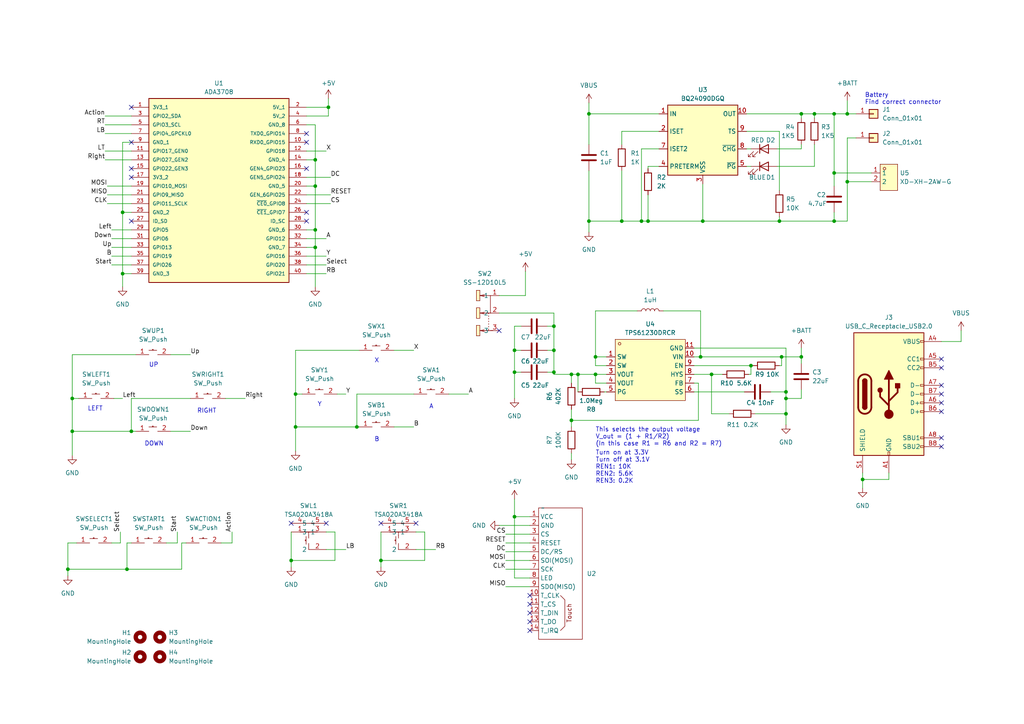
<source format=kicad_sch>
(kicad_sch (version 20230121) (generator eeschema)
  (paper "A4")
  (lib_symbols
    (symbol "ADA3708:ADA3708" (pin_names (offset 1.016))
      (property "Reference" "U" (at -20.34 26.6962 0))
      (property "Value" "ADA3708" (at -20.3391 -30.5087 0))
      (symbol "ADA3708_0_0"
        (rectangle (start -20.32 -27.94) (end 20.32 25.4) (stroke (width 0.254)) (fill (type background)))
        (pin power_in line (at -25.4 22.86 0) (length 5.08) (name "3V3_1") (number "1"))
        (pin bidirectional line (at 25.4 12.7 180) (length 5.08) (name "RXD0_GPIO15") (number "10"))
        (pin bidirectional line (at -25.4 10.16 0) (length 5.08) (name "GPIO17_GEN0") (number "11"))
        (pin bidirectional line (at 25.4 10.16 180) (length 5.08) (name "GPIO18") (number "12"))
        (pin bidirectional line (at -25.4 7.62 0) (length 5.08) (name "GPIO27_GEN2") (number "13"))
        (pin power_in line (at 25.4 7.62 180) (length 5.08) (name "GND_4") (number "14"))
        (pin bidirectional line (at -25.4 5.08 0) (length 5.08) (name "GPIO22_GEN3") (number "15"))
        (pin bidirectional line (at 25.4 5.08 180) (length 5.08) (name "GEN4_GPIO23") (number "16"))
        (pin power_in line (at -25.4 2.54 0) (length 5.08) (name "3V3_2") (number "17"))
        (pin bidirectional line (at 25.4 2.54 180) (length 5.08) (name "GEN5_GPIO24") (number "18"))
        (pin bidirectional line (at -25.4 0 0) (length 5.08) (name "GPIO10_MOSI") (number "19"))
        (pin power_in line (at 25.4 22.86 180) (length 5.08) (name "5V_1") (number "2"))
        (pin power_in line (at 25.4 0 180) (length 5.08) (name "GND_5") (number "20"))
        (pin bidirectional line (at -25.4 -2.54 0) (length 5.08) (name "GPIO9_MISO") (number "21"))
        (pin bidirectional line (at 25.4 -2.54 180) (length 5.08) (name "GEN_6GPIO25") (number "22"))
        (pin bidirectional line (at -25.4 -5.08 0) (length 5.08) (name "GPIO11_SCLK") (number "23"))
        (pin bidirectional line (at 25.4 -5.08 180) (length 5.08) (name "~{CE0}_GPIO8") (number "24"))
        (pin power_in line (at -25.4 -7.62 0) (length 5.08) (name "GND_2") (number "25"))
        (pin bidirectional line (at 25.4 -7.62 180) (length 5.08) (name "~{CE1}_GPIO7") (number "26"))
        (pin bidirectional line (at -25.4 -10.16 0) (length 5.08) (name "ID_SD") (number "27"))
        (pin bidirectional line (at 25.4 -10.16 180) (length 5.08) (name "ID_SC") (number "28"))
        (pin bidirectional line (at -25.4 -12.7 0) (length 5.08) (name "GPIO5") (number "29"))
        (pin bidirectional line (at -25.4 20.32 0) (length 5.08) (name "GPIO2_SDA") (number "3"))
        (pin power_in line (at 25.4 -12.7 180) (length 5.08) (name "GND_6") (number "30"))
        (pin bidirectional line (at -25.4 -15.24 0) (length 5.08) (name "GPIO6") (number "31"))
        (pin bidirectional line (at 25.4 -15.24 180) (length 5.08) (name "GPIO12") (number "32"))
        (pin bidirectional line (at -25.4 -17.78 0) (length 5.08) (name "GPIO13") (number "33"))
        (pin power_in line (at 25.4 -17.78 180) (length 5.08) (name "GND_7") (number "34"))
        (pin bidirectional line (at -25.4 -20.32 0) (length 5.08) (name "GPIO19") (number "35"))
        (pin bidirectional line (at 25.4 -20.32 180) (length 5.08) (name "GPIO16") (number "36"))
        (pin bidirectional line (at -25.4 -22.86 0) (length 5.08) (name "GPIO26") (number "37"))
        (pin bidirectional line (at 25.4 -22.86 180) (length 5.08) (name "GPIO20") (number "38"))
        (pin power_in line (at -25.4 -25.4 0) (length 5.08) (name "GND_3") (number "39"))
        (pin power_in line (at 25.4 20.32 180) (length 5.08) (name "5V_2") (number "4"))
        (pin bidirectional line (at 25.4 -25.4 180) (length 5.08) (name "GPIO21") (number "40"))
        (pin bidirectional line (at -25.4 17.78 0) (length 5.08) (name "GPIO3_SCL") (number "5"))
        (pin power_in line (at 25.4 17.78 180) (length 5.08) (name "GND_8") (number "6"))
        (pin bidirectional line (at -25.4 15.24 0) (length 5.08) (name "GPIO4_GPCKL0") (number "7"))
        (pin bidirectional line (at 25.4 15.24 180) (length 5.08) (name "TXD0_GPIO14") (number "8"))
        (pin power_in line (at -25.4 12.7 0) (length 5.08) (name "GND_1") (number "9"))
      )
    )
    (symbol "Battery_Management:BQ24090DGQ"
      (property "Reference" "U" (at -9.398 13.462 0))
      (property "Value" "BQ24090DGQ" (at -3.81 11.43 0))
      (symbol "BQ24090DGQ_0_1"
        (rectangle (start -10.16 10.16) (end 10.16 -10.16) (stroke (width 0.254)) (fill (type background)))
      )
      (symbol "BQ24090DGQ_1_1"
        (pin power_in line (at -12.7 7.62 0) (length 2.54) (name "IN") (number "1"))
        (pin power_out line (at 12.7 7.62 180) (length 2.54) (name "OUT") (number "10"))
        (pin passive line (at 0 -12.7 90) (length 2.54) hide (name "VSS") (number "11"))
        (pin passive line (at -12.7 2.54 0) (length 2.54) (name "ISET") (number "2"))
        (pin power_in line (at 0 -12.7 90) (length 2.54) (name "VSS") (number "3"))
        (pin passive line (at -12.7 -7.62 0) (length 2.54) (name "PRETERM") (number "4"))
        (pin open_collector line (at 12.7 -7.62 180) (length 2.54) (name "~{PG}") (number "5"))
        (pin no_connect line (at 5.08 -10.16 90) (length 2.54) hide (name "NC") (number "6"))
        (pin passive line (at -12.7 -2.54 0) (length 2.54) (name "ISET2") (number "7"))
        (pin open_collector line (at 12.7 -2.54 180) (length 2.54) (name "~{CHG}") (number "8"))
        (pin passive line (at 12.7 2.54 180) (length 2.54) (name "TS") (number "9"))
      )
    )
    (symbol "Connector:USB_C_Receptacle_USB2.0" (pin_names (offset 1.016))
      (property "Reference" "J" (at -10.16 19.05 0))
      (property "Value" "USB_C_Receptacle_USB2.0" (at 19.05 19.05 0))
      (symbol "USB_C_Receptacle_USB2.0_0_0"
        (rectangle (start -0.254 -17.78) (end 0.254 -16.764))
        (rectangle (start 10.16 -14.986) (end 9.144 -15.494))
        (rectangle (start 10.16 -12.446) (end 9.144 -12.954))
        (rectangle (start 10.16 -4.826) (end 9.144 -5.334))
        (rectangle (start 10.16 -2.286) (end 9.144 -2.794))
        (rectangle (start 10.16 0.254) (end 9.144 -0.254))
        (rectangle (start 10.16 2.794) (end 9.144 2.286))
        (rectangle (start 10.16 7.874) (end 9.144 7.366))
        (rectangle (start 10.16 10.414) (end 9.144 9.906))
        (rectangle (start 10.16 15.494) (end 9.144 14.986))
      )
      (symbol "USB_C_Receptacle_USB2.0_0_1"
        (rectangle (start -10.16 17.78) (end 10.16 -17.78) (stroke (width 0.254)) (fill (type background)))
        (arc (start -8.89 -3.81) (mid -6.985 -5.7067) (end -5.08 -3.81) (stroke (width 0.508)))
        (arc (start -7.62 -3.81) (mid -6.985 -4.4423) (end -6.35 -3.81) (stroke (width 0.254)))
        (arc (start -7.62 -3.81) (mid -6.985 -4.4423) (end -6.35 -3.81) (stroke (width 0.254)) (fill (type outline)))
        (rectangle (start -7.62 -3.81) (end -6.35 3.81) (stroke (width 0.254)) (fill (type outline)))
        (arc (start -6.35 3.81) (mid -6.985 4.4423) (end -7.62 3.81) (stroke (width 0.254)))
        (arc (start -6.35 3.81) (mid -6.985 4.4423) (end -7.62 3.81) (stroke (width 0.254)) (fill (type outline)))
        (arc (start -5.08 3.81) (mid -6.985 5.7067) (end -8.89 3.81) (stroke (width 0.508)))
        (circle (center -2.54 1.143) (radius 0.635) (stroke (width 0.254)) (fill (type outline)))
        (circle (center 0 -5.842) (radius 1.27) (fill (type outline)))
        (polyline (pts (xy -8.89 -3.81) (xy -8.89 3.81)) (stroke (width 0.508)))
        (polyline (pts (xy -5.08 3.81) (xy -5.08 -3.81)) (stroke (width 0.508)))
        (polyline (pts (xy 0 -5.842) (xy 0 4.318)) (stroke (width 0.508)))
        (polyline (pts (xy 0 -3.302) (xy -2.54 -0.762) (xy -2.54 0.508)) (stroke (width 0.508)))
        (polyline (pts (xy 0 -2.032) (xy 2.54 0.508) (xy 2.54 1.778)) (stroke (width 0.508)))
        (polyline (pts (xy -1.27 4.318) (xy 0 6.858) (xy 1.27 4.318) (xy -1.27 4.318)) (stroke (width 0.254)) (fill (type outline)))
        (rectangle (start 1.905 1.778) (end 3.175 3.048) (stroke (width 0.254)) (fill (type outline)))
      )
      (symbol "USB_C_Receptacle_USB2.0_1_1"
        (pin passive line (at 0 -22.86 90) (length 5.08) (name "GND") (number "A1"))
        (pin passive line (at 0 -22.86 90) (length 5.08) hide (name "GND") (number "A12"))
        (pin passive line (at 15.24 15.24 180) (length 5.08) (name "VBUS") (number "A4"))
        (pin bidirectional line (at 15.24 10.16 180) (length 5.08) (name "CC1") (number "A5"))
        (pin bidirectional line (at 15.24 -2.54 180) (length 5.08) (name "D+") (number "A6"))
        (pin bidirectional line (at 15.24 2.54 180) (length 5.08) (name "D-") (number "A7"))
        (pin bidirectional line (at 15.24 -12.7 180) (length 5.08) (name "SBU1") (number "A8"))
        (pin passive line (at 15.24 15.24 180) (length 5.08) hide (name "VBUS") (number "A9"))
        (pin passive line (at 0 -22.86 90) (length 5.08) hide (name "GND") (number "B1"))
        (pin passive line (at 0 -22.86 90) (length 5.08) hide (name "GND") (number "B12"))
        (pin passive line (at 15.24 15.24 180) (length 5.08) hide (name "VBUS") (number "B4"))
        (pin bidirectional line (at 15.24 7.62 180) (length 5.08) (name "CC2") (number "B5"))
        (pin bidirectional line (at 15.24 -5.08 180) (length 5.08) (name "D+") (number "B6"))
        (pin bidirectional line (at 15.24 0 180) (length 5.08) (name "D-") (number "B7"))
        (pin bidirectional line (at 15.24 -15.24 180) (length 5.08) (name "SBU2") (number "B8"))
        (pin passive line (at 15.24 15.24 180) (length 5.08) hide (name "VBUS") (number "B9"))
        (pin passive line (at -7.62 -22.86 90) (length 5.08) (name "SHIELD") (number "S1"))
      )
    )
    (symbol "Connector_Generic:Conn_01x01" (pin_names (offset 1.016) hide)
      (property "Reference" "J" (at 0 2.54 0))
      (property "Value" "Conn_01x01" (at 0 -2.54 0))
      (symbol "Conn_01x01_1_1"
        (rectangle (start -1.27 0.127) (end 0 -0.127) (stroke (width 0.1524)))
        (rectangle (start -1.27 1.27) (end 1.27 -1.27) (stroke (width 0.254)) (fill (type background)))
        (pin passive line (at -5.08 0 0) (length 3.81) (name "Pin_1") (number "1"))
      )
    )
    (symbol "Device:C" (pin_numbers hide) (pin_names (offset 0.254))
      (property "Reference" "C" (at 0.635 2.54 0))
      (property "Value" "C" (at 0.635 -2.54 0))
      (symbol "C_0_1"
        (polyline (pts (xy -2.032 -0.762) (xy 2.032 -0.762)) (stroke (width 0.508)))
        (polyline (pts (xy -2.032 0.762) (xy 2.032 0.762)) (stroke (width 0.508)))
      )
      (symbol "C_1_1"
        (pin passive line (at 0 3.81 270) (length 2.794) (name "~") (number "1"))
        (pin passive line (at 0 -3.81 90) (length 2.794) (name "~") (number "2"))
      )
    )
    (symbol "Device:L" (pin_numbers hide) (pin_names (offset 1.016) hide)
      (property "Reference" "L" (at -1.27 0 90))
      (property "Value" "L" (at 1.905 0 90))
      (symbol "L_0_1"
        (arc (start 0 -2.54) (mid 0.6323 -1.905) (end 0 -1.27))
        (arc (start 0 -1.27) (mid 0.6323 -0.635) (end 0 0))
        (arc (start 0 0) (mid 0.6323 0.635) (end 0 1.27))
        (arc (start 0 1.27) (mid 0.6323 1.905) (end 0 2.54))
      )
      (symbol "L_1_1"
        (pin passive line (at 0 3.81 270) (length 1.27) (name "1") (number "1"))
        (pin passive line (at 0 -3.81 90) (length 1.27) (name "2") (number "2"))
      )
    )
    (symbol "Device:LED" (pin_numbers hide) (pin_names (offset 1.016) hide)
      (property "Reference" "D" (at 0 2.54 0))
      (property "Value" "LED" (at 0 -2.54 0))
      (symbol "LED_0_1"
        (polyline (pts (xy -1.27 -1.27) (xy -1.27 1.27)) (stroke (width 0.254)))
        (polyline (pts (xy -1.27 0) (xy 1.27 0)))
        (polyline (pts (xy 1.27 -1.27) (xy 1.27 1.27) (xy -1.27 0) (xy 1.27 -1.27)) (stroke (width 0.254)))
        (polyline (pts (xy -3.048 -0.762) (xy -4.572 -2.286) (xy -3.81 -2.286) (xy -4.572 -2.286) (xy -4.572 -1.524)))
        (polyline (pts (xy -1.778 -0.762) (xy -3.302 -2.286) (xy -2.54 -2.286) (xy -3.302 -2.286) (xy -3.302 -1.524)))
      )
      (symbol "LED_1_1"
        (pin passive line (at -3.81 0 0) (length 2.54) (name "K") (number "1"))
        (pin passive line (at 3.81 0 180) (length 2.54) (name "A") (number "2"))
      )
    )
    (symbol "Device:R" (pin_numbers hide) (pin_names (offset 0))
      (property "Reference" "R" (at 2.032 0 90))
      (property "Value" "R" (at 0 0 90))
      (symbol "R_0_1"
        (rectangle (start -1.016 -2.54) (end 1.016 2.54) (stroke (width 0.254)))
      )
      (symbol "R_1_1"
        (pin passive line (at 0 3.81 270) (length 1.27) (name "~") (number "1"))
        (pin passive line (at 0 -3.81 90) (length 1.27) (name "~") (number "2"))
      )
    )
    (symbol "Display_Graphic:4InchSPI"
      (property "Reference" "U" (at 0 1.27 0))
      (symbol "4InchSPI_0_1"
        (rectangle (start -1.27 0) (end 11.43 -38.1))
        (polyline (pts (xy 5.08 -35.56) (xy 6.35 -34.29) (xy 6.35 -26.67) (xy 5.08 -25.4) (xy 5.08 -25.4) (xy 5.08 -25.4)))
      )
      (symbol "4InchSPI_1_1"
        (text "Touch" (at 7.62 -30.48 900) (effects (font (size 1.27 1.27))))
        (pin power_in line (at -3.81 -2.54 0) (length 2.54) (name "VCC") (number "1"))
        (pin input line (at -3.81 -25.4 0) (length 2.54) (name "T_CLK") (number "10"))
        (pin input line (at -3.81 -27.94 0) (length 2.54) (name "T_CS") (number "11"))
        (pin input line (at -3.81 -30.48 0) (length 2.54) (name "T_DIN") (number "12"))
        (pin input line (at -3.81 -33.02 0) (length 2.54) (name "T_DO") (number "13"))
        (pin input line (at -3.81 -35.56 0) (length 2.54) (name "T_IRQ") (number "14"))
        (pin power_in line (at -3.81 -5.08 0) (length 2.54) (name "GND") (number "2"))
        (pin input line (at -3.81 -7.62 0) (length 2.54) (name "CS") (number "3"))
        (pin input line (at -3.81 -10.16 0) (length 2.54) (name "RESET") (number "4"))
        (pin input line (at -3.81 -12.7 0) (length 2.54) (name "DC/RS") (number "5"))
        (pin input line (at -3.81 -15.24 0) (length 2.54) (name "SOI(MOSI)") (number "6"))
        (pin input line (at -3.81 -17.78 0) (length 2.54) (name "SCK") (number "7"))
        (pin input line (at -3.81 -20.32 0) (length 2.54) (name "LED") (number "8"))
        (pin input line (at -3.81 -22.86 0) (length 2.54) (name "SDO(MISO)") (number "9"))
      )
    )
    (symbol "GT-TC063F-H025-L30_1"
      (property "Reference" "SW" (at 0 6.35 0))
      (property "Value" "SW_Push" (at 0 1.27 0))
      (symbol "GT-TC063F-H025-L30_1_0_1"
        (polyline (pts (xy 1.02 3.81) (xy -1.27 3.81)))
        (polyline (pts (xy 0 3.81) (xy 0 4.07) (xy -0.25 4.07) (xy -0.25 3.81)))
      )
      (symbol "GT-TC063F-H025-L30_1_1_1"
        (pin unspecified line (at -5.08 2.54 0) (length 3.81) (name "") (number "1"))
        (pin unspecified line (at 5.08 2.54 180) (length 3.81) (name "") (number "2"))
      )
    )
    (symbol "Mechanical:MountingHole" (pin_names (offset 1.016))
      (property "Reference" "H" (at 0 5.08 0))
      (property "Value" "MountingHole" (at 0 3.175 0))
      (symbol "MountingHole_0_1"
        (circle (center 0 0) (radius 1.27) (stroke (width 1.27)))
      )
    )
    (symbol "easyeda2kicad:SS-12D10L5"
      (property "Reference" "SW" (at 0 7.62 0))
      (property "Value" "SS-12D10L5" (at 0 -2.54 0))
      (symbol "SS-12D10L5_0_1"
        (rectangle (start -6.6 -3.05) (end -3.56 -4.06) (fill (type background)))
        (rectangle (start -1.52 -3.05) (end 1.52 -4.06) (fill (type background)))
        (polyline (pts (xy -5.08 -3.05) (xy -5.33 -1.78)))
        (polyline (pts (xy -5.08 -3.05) (xy -4.83 -1.78)))
        (polyline (pts (xy 0 -3.05) (xy -0.25 -1.78)))
        (polyline (pts (xy 0 -3.05) (xy 0.25 -1.78)))
        (polyline (pts (xy 0 0) (xy 0 -1.27)))
        (polyline (pts (xy 0.76 -0.51) (xy 1.02 -0.51)))
        (polyline (pts (xy 1.52 -0.51) (xy 1.78 -0.51)))
        (polyline (pts (xy 2.29 -0.51) (xy 2.54 -0.51)))
        (polyline (pts (xy 3.05 -0.51) (xy 3.3 -0.51)))
        (polyline (pts (xy 3.81 -0.51) (xy 4.06 -0.51)))
        (polyline (pts (xy 4.57 -0.51) (xy 4.83 -0.51)))
        (polyline (pts (xy 5.08 -3.05) (xy 4.83 -1.78)))
        (polyline (pts (xy 5.08 -3.05) (xy 5.33 -1.78)))
        (polyline (pts (xy 5.08 0.76) (xy 5.08 -0.51)))
        (polyline (pts (xy 0 -2.54) (xy 0 -0.51) (xy 0.25 -0.51)))
        (polyline (pts (xy 4.83 -0.51) (xy 5.08 -0.51) (xy 5.08 -2.54)))
        (polyline (pts (xy -5.08 -3.05) (xy -5.08 0) (xy -2.54 0) (xy 0 0)))
        (rectangle (start 3.56 -3.05) (end 6.6 -4.06) (fill (type background)))
        (pin unspecified line (at -5.08 2.54 270) (length 2.54) (name "1") (number "1"))
        (pin unspecified line (at 0 2.54 270) (length 2.54) (name "2") (number "2"))
        (pin unspecified line (at 5.08 2.54 270) (length 2.54) (name "3") (number "3"))
      )
    )
    (symbol "easyeda2kicad:TPS61230DRCR"
      (property "Reference" "U" (at 0 10.16 0))
      (property "Value" "TPS61230DRCR" (at 0 -12.7 0))
      (symbol "TPS61230DRCR_0_1"
        (rectangle (start -10.16 7.62) (end 10.16 -10.16) (fill (type background)))
        (circle (center -8.89 6.35) (radius 0.38))
        (pin unspecified line (at -12.7 2.54 0) (length 2.54) (name "SW") (number "1"))
        (pin unspecified line (at 12.7 2.54 180) (length 2.54) (name "VIN") (number "10"))
        (pin unspecified line (at 12.7 5.08 180) (length 2.54) (name "GND") (number "11"))
        (pin unspecified line (at -12.7 0 0) (length 2.54) (name "SW") (number "2"))
        (pin unspecified line (at -12.7 -2.54 0) (length 2.54) (name "VOUT") (number "3"))
        (pin unspecified line (at -12.7 -5.08 0) (length 2.54) (name "VOUT") (number "4"))
        (pin unspecified line (at -12.7 -7.62 0) (length 2.54) (name "PG") (number "5"))
        (pin unspecified line (at 12.7 -7.62 180) (length 2.54) (name "SS") (number "6"))
        (pin unspecified line (at 12.7 -5.08 180) (length 2.54) (name "FB") (number "7"))
        (pin unspecified line (at 12.7 -2.54 180) (length 2.54) (name "HYS") (number "8"))
        (pin unspecified line (at 12.7 0 180) (length 2.54) (name "EN") (number "9"))
      )
    )
    (symbol "easyeda2kicad:TSA020A3418A"
      (property "Reference" "SW" (at 0 7.62 0))
      (property "Value" "TSA020A3418A" (at 0 -10.16 0))
      (symbol "TSA020A3418A_0_1"
        (polyline (pts (xy -2.54 0) (xy 2.54 0)))
        (polyline (pts (xy -0.76 -1.27) (xy -0.76 -3.56)))
        (polyline (pts (xy 0 -5.08) (xy 0 -3.3)))
        (polyline (pts (xy 0 -1.02) (xy 0 -1.78)))
        (polyline (pts (xy 0 0) (xy 0 -1.02)))
        (polyline (pts (xy -0.76 -2.29) (xy -1.02 -2.29) (xy -1.02 -2.54) (xy -0.76 -2.54)))
        (pin unspecified line (at -5.08 0 0) (length 5.08) (name "1") (number "1"))
        (pin unspecified line (at 5.08 -5.08 180) (length 5.08) (name "2") (number "2"))
        (pin unspecified line (at 5.08 0 180) (length 5.08) (name "3") (number "3"))
        (pin unspecified line (at -5.08 2.54 0) (length 5.08) (name "4") (number "4"))
        (pin unspecified line (at 5.08 2.54 180) (length 5.08) (name "5") (number "5"))
      )
    )
    (symbol "easyeda2kicad:XD-XH-2AW-G"
      (property "Reference" "U" (at 0 6.35 0))
      (property "Value" "XD-XH-2AW-G" (at 0 -6.35 0))
      (symbol "XD-XH-2AW-G_0_1"
        (rectangle (start -2.54 3.81) (end 2.54 -3.81) (fill (type background)))
        (circle (center -1.27 2.54) (radius 0.38))
        (pin unspecified line (at -5.08 1.27 0) (length 2.54) (name "1") (number "1"))
        (pin unspecified line (at -5.08 -1.27 0) (length 2.54) (name "2") (number "2"))
      )
    )
    (symbol "power:+5V" (power) (pin_names (offset 0))
      (property "Value" "+5V" (at 0 3.556 0))
      (symbol "+5V_0_1"
        (polyline (pts (xy -0.762 1.27) (xy 0 2.54)))
        (polyline (pts (xy 0 0) (xy 0 2.54)))
        (polyline (pts (xy 0 2.54) (xy 0.762 1.27)))
      )
      (symbol "+5V_1_1"
        (pin power_in line (at 0 0 90) (length 0) hide (name "+5V") (number "1"))
      )
    )
    (symbol "power:+BATT" (power) (pin_names (offset 0))
      (property "Value" "+BATT" (at 0 3.556 0))
      (symbol "+BATT_0_1"
        (polyline (pts (xy -0.762 1.27) (xy 0 2.54)))
        (polyline (pts (xy 0 0) (xy 0 2.54)))
        (polyline (pts (xy 0 2.54) (xy 0.762 1.27)))
      )
      (symbol "+BATT_1_1"
        (pin power_in line (at 0 0 90) (length 0) hide (name "+BATT") (number "1"))
      )
    )
    (symbol "power:GND" (power) (pin_names (offset 0))
      (property "Value" "GND" (at 0 -3.81 0))
      (symbol "GND_0_1"
        (polyline (pts (xy 0 0) (xy 0 -1.27) (xy 1.27 -1.27) (xy 0 -2.54) (xy -1.27 -1.27) (xy 0 -1.27)))
      )
      (symbol "GND_1_1"
        (pin power_in line (at 0 0 270) (length 0) hide (name "GND") (number "1"))
      )
    )
    (symbol "power:VBUS" (power) (pin_names (offset 0))
      (property "Value" "VBUS" (at 0 3.81 0))
      (symbol "VBUS_0_1"
        (polyline (pts (xy -0.762 1.27) (xy 0 2.54)))
        (polyline (pts (xy 0 0) (xy 0 2.54)))
        (polyline (pts (xy 0 2.54) (xy 0.762 1.27)))
      )
      (symbol "VBUS_1_1"
        (pin power_in line (at 0 0 90) (length 0) hide (name "VBUS") (number "1"))
      )
    )
  )
  (junction (at 20.955 115.57))
  (junction (at 85.725 123.825))
  (junction (at 227.965 113.665))
  (junction (at 170.815 64.135))
  (junction (at 180.34 64.135))
  (junction (at 226.06 64.135))
  (junction (at 172.72 108.585))
  (junction (at 35.56 79.375))
  (junction (at 203.835 64.135))
  (junction (at 84.455 162.56))
  (junction (at 160.655 107.95))
  (junction (at 203.2 103.505))
  (junction (at 206.375 108.585))
  (junction (at 236.22 33.02))
  (junction (at 227.965 120.015))
  (junction (at 250.19 139.065))
  (junction (at 91.44 53.975))
  (junction (at 165.735 108.585))
  (junction (at 226.695 103.505))
  (junction (at 245.745 33.02))
  (junction (at 241.935 64.135))
  (junction (at 245.745 52.705))
  (junction (at 91.44 46.355))
  (junction (at 149.225 149.86))
  (junction (at 20.955 125.095))
  (junction (at 241.935 33.02))
  (junction (at 232.41 33.02))
  (junction (at 170.815 33.02))
  (junction (at 149.225 101.6))
  (junction (at 232.41 103.505))
  (junction (at 103.505 123.825))
  (junction (at 110.49 162.56))
  (junction (at 241.935 50.165))
  (junction (at 36.83 165.1))
  (junction (at 35.56 61.595))
  (junction (at 167.64 108.585))
  (junction (at 38.1 125.095))
  (junction (at 172.72 103.505))
  (junction (at 160.655 101.6))
  (junction (at 217.805 106.045))
  (junction (at 187.96 64.135))
  (junction (at 91.44 66.675))
  (junction (at 19.685 165.1))
  (junction (at 95.25 31.115))
  (junction (at 160.655 94.615))
  (junction (at 149.225 107.95))
  (junction (at 186.055 64.135))
  (junction (at 91.44 71.755))
  (junction (at 227.965 115.57))
  (junction (at 85.725 114.3))
  (junction (at 165.735 121.92))
  (no_connect (at 38.1 31.115))
  (no_connect (at 38.1 64.135))
  (no_connect (at 273.05 111.76))
  (no_connect (at 273.05 104.14))
  (no_connect (at 273.05 116.84))
  (no_connect (at 273.05 119.38))
  (no_connect (at 120.65 151.765))
  (no_connect (at 153.67 172.72))
  (no_connect (at 153.67 182.88))
  (no_connect (at 273.05 129.54))
  (no_connect (at 153.67 175.26))
  (no_connect (at 153.67 177.8))
  (no_connect (at 153.67 180.34))
  (no_connect (at 273.05 106.68))
  (no_connect (at 88.9 38.735))
  (no_connect (at 94.615 151.765))
  (no_connect (at 110.49 151.765))
  (no_connect (at 88.9 64.135))
  (no_connect (at 38.1 41.275))
  (no_connect (at 273.05 114.3))
  (no_connect (at 88.9 48.895))
  (no_connect (at 38.1 51.435))
  (no_connect (at 84.455 151.765))
  (no_connect (at 88.9 41.275))
  (no_connect (at 144.78 95.885))
  (no_connect (at 38.1 48.895))
  (no_connect (at 88.9 61.595))
  (no_connect (at 273.05 127))
  (wire (pts (xy 201.295 100.965) (xy 227.965 100.965)))
  (wire (pts (xy 172.72 111.125) (xy 172.72 108.585)))
  (wire (pts (xy 170.815 29.845) (xy 170.815 33.02)))
  (wire (pts (xy 245.745 52.705) (xy 252.73 52.705)))
  (wire (pts (xy 248.285 40.005) (xy 245.745 40.005)))
  (wire (pts (xy 187.96 48.26) (xy 187.96 48.895)))
  (wire (pts (xy 160.655 90.805) (xy 144.78 90.805)))
  (wire (pts (xy 226.695 103.505) (xy 232.41 103.505)))
  (wire (pts (xy 34.925 157.48) (xy 32.385 157.48)))
  (wire (pts (xy 202.565 111.125) (xy 201.295 111.125)))
  (wire (pts (xy 245.745 29.21) (xy 245.745 33.02)))
  (wire (pts (xy 35.56 61.595) (xy 35.56 79.375)))
  (wire (pts (xy 250.19 137.16) (xy 250.19 139.065)))
  (wire (pts (xy 187.96 56.515) (xy 187.96 64.135)))
  (wire (pts (xy 94.615 159.385) (xy 100.33 159.385)))
  (wire (pts (xy 206.375 108.585) (xy 209.55 108.585)))
  (wire (pts (xy 149.225 107.95) (xy 149.225 101.6)))
  (wire (pts (xy 88.9 79.375) (xy 94.615 79.375)))
  (wire (pts (xy 97.79 114.3) (xy 100.33 114.3)))
  (wire (pts (xy 85.725 101.6) (xy 85.725 114.3)))
  (wire (pts (xy 95.25 31.115) (xy 95.25 33.655)))
  (wire (pts (xy 35.56 79.375) (xy 35.56 83.185)))
  (wire (pts (xy 38.1 66.675) (xy 32.385 66.675)))
  (wire (pts (xy 149.225 101.6) (xy 149.225 94.615)))
  (wire (pts (xy 110.49 154.305) (xy 110.49 162.56)))
  (wire (pts (xy 191.135 43.18) (xy 186.055 43.18)))
  (wire (pts (xy 158.75 107.95) (xy 160.655 107.95)))
  (wire (pts (xy 149.225 115.57) (xy 149.225 107.95)))
  (wire (pts (xy 167.64 108.585) (xy 172.72 108.585)))
  (wire (pts (xy 67.31 154.305) (xy 67.31 157.48)))
  (wire (pts (xy 180.34 49.53) (xy 180.34 64.135)))
  (wire (pts (xy 120.65 159.385) (xy 126.365 159.385)))
  (wire (pts (xy 51.435 157.48) (xy 48.26 157.48)))
  (wire (pts (xy 20.955 125.095) (xy 20.955 115.57)))
  (wire (pts (xy 241.935 50.165) (xy 241.935 53.975)))
  (wire (pts (xy 88.9 71.755) (xy 91.44 71.755)))
  (wire (pts (xy 172.72 90.17) (xy 172.72 103.505)))
  (wire (pts (xy 38.1 41.275) (xy 35.56 41.275)))
  (wire (pts (xy 146.685 157.48) (xy 153.67 157.48)))
  (wire (pts (xy 38.1 61.595) (xy 35.56 61.595)))
  (wire (pts (xy 158.75 94.615) (xy 160.655 94.615)))
  (wire (pts (xy 88.9 31.115) (xy 95.25 31.115)))
  (wire (pts (xy 67.31 157.48) (xy 64.135 157.48)))
  (wire (pts (xy 203.835 53.34) (xy 203.835 64.135)))
  (wire (pts (xy 153.67 149.86) (xy 149.225 149.86)))
  (wire (pts (xy 39.37 102.87) (xy 20.955 102.87)))
  (wire (pts (xy 38.1 71.755) (xy 32.385 71.755)))
  (wire (pts (xy 170.815 33.02) (xy 170.815 41.91)))
  (wire (pts (xy 184.785 90.17) (xy 172.72 90.17)))
  (wire (pts (xy 91.44 66.675) (xy 91.44 71.755)))
  (wire (pts (xy 149.225 101.6) (xy 151.13 101.6)))
  (wire (pts (xy 110.49 162.56) (xy 110.49 164.465)))
  (wire (pts (xy 149.225 107.95) (xy 151.13 107.95)))
  (wire (pts (xy 95.25 28.575) (xy 95.25 31.115)))
  (wire (pts (xy 175.895 111.125) (xy 172.72 111.125)))
  (wire (pts (xy 226.06 64.135) (xy 241.935 64.135)))
  (wire (pts (xy 226.06 55.245) (xy 226.06 38.1)))
  (wire (pts (xy 38.1 157.48) (xy 36.83 157.48)))
  (wire (pts (xy 236.22 41.91) (xy 236.22 48.26)))
  (wire (pts (xy 165.735 111.125) (xy 165.735 108.585)))
  (wire (pts (xy 52.705 157.48) (xy 53.975 157.48)))
  (wire (pts (xy 180.34 38.1) (xy 180.34 41.91)))
  (wire (pts (xy 165.735 108.585) (xy 167.64 108.585)))
  (wire (pts (xy 216.535 48.26) (xy 217.805 48.26)))
  (wire (pts (xy 19.685 157.48) (xy 22.225 157.48)))
  (wire (pts (xy 20.955 125.095) (xy 38.1 125.095)))
  (wire (pts (xy 232.41 41.91) (xy 232.41 43.18)))
  (wire (pts (xy 144.78 152.4) (xy 153.67 152.4)))
  (wire (pts (xy 31.115 59.055) (xy 38.1 59.055)))
  (wire (pts (xy 49.53 125.095) (xy 55.245 125.095)))
  (wire (pts (xy 20.955 115.57) (xy 22.86 115.57)))
  (wire (pts (xy 186.055 64.135) (xy 180.34 64.135)))
  (wire (pts (xy 149.225 94.615) (xy 151.13 94.615)))
  (wire (pts (xy 34.925 154.305) (xy 34.925 157.48)))
  (wire (pts (xy 130.175 114.3) (xy 135.89 114.3)))
  (wire (pts (xy 19.685 165.1) (xy 36.83 165.1)))
  (wire (pts (xy 232.41 103.505) (xy 232.41 105.41)))
  (wire (pts (xy 241.935 50.165) (xy 252.73 50.165)))
  (wire (pts (xy 88.9 69.215) (xy 94.615 69.215)))
  (wire (pts (xy 201.295 108.585) (xy 206.375 108.585)))
  (wire (pts (xy 201.295 113.665) (xy 215.9 113.665)))
  (wire (pts (xy 232.41 43.18) (xy 225.425 43.18)))
  (wire (pts (xy 232.41 33.02) (xy 236.22 33.02)))
  (wire (pts (xy 30.48 46.355) (xy 38.1 46.355)))
  (wire (pts (xy 165.735 121.92) (xy 202.565 121.92)))
  (wire (pts (xy 203.2 103.505) (xy 226.695 103.505)))
  (wire (pts (xy 245.745 52.705) (xy 245.745 64.135)))
  (wire (pts (xy 95.885 56.515) (xy 88.9 56.515)))
  (wire (pts (xy 36.83 165.1) (xy 52.705 165.1)))
  (wire (pts (xy 217.805 108.585) (xy 217.17 108.585)))
  (wire (pts (xy 146.685 170.18) (xy 153.67 170.18)))
  (wire (pts (xy 232.41 100.965) (xy 232.41 103.505)))
  (wire (pts (xy 165.735 131.445) (xy 165.735 133.35)))
  (wire (pts (xy 165.735 118.745) (xy 165.735 121.92)))
  (wire (pts (xy 19.685 167.005) (xy 19.685 165.1)))
  (wire (pts (xy 55.245 115.57) (xy 38.1 115.57)))
  (wire (pts (xy 123.19 154.305) (xy 123.19 162.56)))
  (wire (pts (xy 85.725 123.825) (xy 85.725 114.3)))
  (wire (pts (xy 88.9 74.295) (xy 94.615 74.295)))
  (wire (pts (xy 160.655 94.615) (xy 160.655 101.6)))
  (wire (pts (xy 172.72 106.045) (xy 175.895 106.045)))
  (wire (pts (xy 88.9 36.195) (xy 91.44 36.195)))
  (wire (pts (xy 30.48 33.655) (xy 38.1 33.655)))
  (wire (pts (xy 202.565 111.125) (xy 202.565 121.92)))
  (wire (pts (xy 19.685 165.1) (xy 19.685 157.48)))
  (wire (pts (xy 152.4 78.74) (xy 152.4 85.725)))
  (wire (pts (xy 216.535 43.18) (xy 217.805 43.18)))
  (wire (pts (xy 232.41 33.02) (xy 232.41 34.29)))
  (wire (pts (xy 241.935 61.595) (xy 241.935 64.135)))
  (wire (pts (xy 88.9 43.815) (xy 94.615 43.815)))
  (wire (pts (xy 146.685 162.56) (xy 153.67 162.56)))
  (wire (pts (xy 227.965 113.665) (xy 227.965 100.965)))
  (wire (pts (xy 203.2 90.17) (xy 192.405 90.17)))
  (wire (pts (xy 84.455 162.56) (xy 84.455 164.465)))
  (wire (pts (xy 172.72 103.505) (xy 175.895 103.505)))
  (wire (pts (xy 85.725 114.3) (xy 87.63 114.3)))
  (wire (pts (xy 245.745 33.02) (xy 248.285 33.02)))
  (wire (pts (xy 88.9 46.355) (xy 91.44 46.355)))
  (wire (pts (xy 31.115 56.515) (xy 38.1 56.515)))
  (wire (pts (xy 180.34 64.135) (xy 170.815 64.135)))
  (wire (pts (xy 149.225 144.78) (xy 149.225 149.86)))
  (wire (pts (xy 97.155 154.305) (xy 97.155 162.56)))
  (wire (pts (xy 38.1 115.57) (xy 38.1 125.095)))
  (wire (pts (xy 85.725 123.825) (xy 103.505 123.825)))
  (wire (pts (xy 20.955 102.87) (xy 20.955 115.57)))
  (wire (pts (xy 33.02 115.57) (xy 35.56 115.57)))
  (wire (pts (xy 88.9 76.835) (xy 94.615 76.835)))
  (wire (pts (xy 36.83 157.48) (xy 36.83 165.1)))
  (wire (pts (xy 223.52 113.665) (xy 227.965 113.665)))
  (wire (pts (xy 30.48 36.195) (xy 38.1 36.195)))
  (wire (pts (xy 167.64 108.585) (xy 167.64 113.665)))
  (wire (pts (xy 38.1 76.835) (xy 32.385 76.835)))
  (wire (pts (xy 278.765 95.885) (xy 278.765 99.06)))
  (wire (pts (xy 170.815 33.02) (xy 191.135 33.02)))
  (wire (pts (xy 191.135 38.1) (xy 180.34 38.1)))
  (wire (pts (xy 160.655 107.95) (xy 160.655 108.585)))
  (wire (pts (xy 203.835 64.135) (xy 187.96 64.135)))
  (wire (pts (xy 203.835 64.135) (xy 226.06 64.135)))
  (wire (pts (xy 203.2 103.505) (xy 203.2 90.17)))
  (wire (pts (xy 226.695 103.505) (xy 226.695 106.045)))
  (wire (pts (xy 120.65 154.305) (xy 123.19 154.305)))
  (wire (pts (xy 206.375 120.015) (xy 206.375 108.585)))
  (wire (pts (xy 88.9 66.675) (xy 91.44 66.675)))
  (wire (pts (xy 232.41 113.03) (xy 232.41 115.57)))
  (wire (pts (xy 103.505 114.3) (xy 103.505 123.825)))
  (wire (pts (xy 232.41 115.57) (xy 227.965 115.57)))
  (wire (pts (xy 216.535 33.02) (xy 232.41 33.02)))
  (wire (pts (xy 241.935 33.02) (xy 241.935 50.165)))
  (wire (pts (xy 217.805 106.045) (xy 217.805 108.585)))
  (wire (pts (xy 203.2 103.505) (xy 201.295 103.505)))
  (wire (pts (xy 84.455 154.305) (xy 84.455 162.56)))
  (wire (pts (xy 236.22 33.02) (xy 236.22 34.29)))
  (wire (pts (xy 91.44 71.755) (xy 91.44 83.185)))
  (wire (pts (xy 227.965 115.57) (xy 227.965 113.665)))
  (wire (pts (xy 114.3 123.825) (xy 120.015 123.825)))
  (wire (pts (xy 149.225 167.64) (xy 149.225 149.86)))
  (wire (pts (xy 103.505 123.825) (xy 104.14 123.825)))
  (wire (pts (xy 226.06 38.1) (xy 216.535 38.1)))
  (wire (pts (xy 160.655 90.805) (xy 160.655 94.615)))
  (wire (pts (xy 170.815 49.53) (xy 170.815 64.135)))
  (wire (pts (xy 187.96 64.135) (xy 186.055 64.135)))
  (wire (pts (xy 95.25 33.655) (xy 88.9 33.655)))
  (wire (pts (xy 175.26 113.665) (xy 175.895 113.665)))
  (wire (pts (xy 186.055 43.18) (xy 186.055 64.135)))
  (wire (pts (xy 250.19 139.065) (xy 250.19 141.605)))
  (wire (pts (xy 94.615 154.305) (xy 97.155 154.305)))
  (wire (pts (xy 30.48 43.815) (xy 38.1 43.815)))
  (wire (pts (xy 120.015 114.3) (xy 103.505 114.3)))
  (wire (pts (xy 30.48 38.735) (xy 38.1 38.735)))
  (wire (pts (xy 49.53 102.87) (xy 55.245 102.87)))
  (wire (pts (xy 257.81 137.16) (xy 257.81 139.065)))
  (wire (pts (xy 38.1 69.215) (xy 32.385 69.215)))
  (wire (pts (xy 123.19 162.56) (xy 110.49 162.56)))
  (wire (pts (xy 146.685 160.02) (xy 153.67 160.02)))
  (wire (pts (xy 226.695 106.045) (xy 226.06 106.045)))
  (wire (pts (xy 191.135 48.26) (xy 187.96 48.26)))
  (wire (pts (xy 172.72 103.505) (xy 172.72 106.045)))
  (wire (pts (xy 170.815 64.135) (xy 170.815 67.31)))
  (wire (pts (xy 97.155 162.56) (xy 84.455 162.56)))
  (wire (pts (xy 219.075 120.015) (xy 227.965 120.015)))
  (wire (pts (xy 146.685 165.1) (xy 153.67 165.1)))
  (wire (pts (xy 158.75 101.6) (xy 160.655 101.6)))
  (wire (pts (xy 152.4 85.725) (xy 144.78 85.725)))
  (wire (pts (xy 241.935 33.02) (xy 245.745 33.02)))
  (wire (pts (xy 175.895 108.585) (xy 172.72 108.585)))
  (wire (pts (xy 91.44 36.195) (xy 91.44 46.355)))
  (wire (pts (xy 38.1 79.375) (xy 35.56 79.375)))
  (wire (pts (xy 236.22 48.26) (xy 225.425 48.26)))
  (wire (pts (xy 236.22 33.02) (xy 241.935 33.02)))
  (wire (pts (xy 227.965 123.19) (xy 227.965 120.015)))
  (wire (pts (xy 88.9 53.975) (xy 91.44 53.975)))
  (wire (pts (xy 114.3 101.6) (xy 120.015 101.6)))
  (wire (pts (xy 104.14 101.6) (xy 85.725 101.6)))
  (wire (pts (xy 20.955 132.08) (xy 20.955 125.095)))
  (wire (pts (xy 241.935 64.135) (xy 245.745 64.135)))
  (wire (pts (xy 65.405 115.57) (xy 71.12 115.57)))
  (wire (pts (xy 211.455 120.015) (xy 206.375 120.015)))
  (wire (pts (xy 165.735 121.92) (xy 165.735 123.825)))
  (wire (pts (xy 245.745 40.005) (xy 245.745 52.705)))
  (wire (pts (xy 257.81 139.065) (xy 250.19 139.065)))
  (wire (pts (xy 153.67 167.64) (xy 149.225 167.64)))
  (wire (pts (xy 95.885 59.055) (xy 88.9 59.055)))
  (wire (pts (xy 201.295 106.045) (xy 217.805 106.045)))
  (wire (pts (xy 85.725 130.81) (xy 85.725 123.825)))
  (wire (pts (xy 278.765 99.06) (xy 273.05 99.06)))
  (wire (pts (xy 160.655 101.6) (xy 160.655 107.95)))
  (wire (pts (xy 160.655 108.585) (xy 165.735 108.585)))
  (wire (pts (xy 51.435 154.305) (xy 51.435 157.48)))
  (wire (pts (xy 38.1 74.295) (xy 32.385 74.295)))
  (wire (pts (xy 217.805 106.045) (xy 218.44 106.045)))
  (wire (pts (xy 95.885 51.435) (xy 88.9 51.435)))
  (wire (pts (xy 91.44 46.355) (xy 91.44 53.975)))
  (wire (pts (xy 226.06 62.865) (xy 226.06 64.135)))
  (wire (pts (xy 91.44 53.975) (xy 91.44 66.675)))
  (wire (pts (xy 38.1 125.095) (xy 39.37 125.095)))
  (wire (pts (xy 52.705 165.1) (xy 52.705 157.48)))
  (wire (pts (xy 227.965 120.015) (xy 227.965 115.57)))
  (wire (pts (xy 31.115 53.975) (xy 38.1 53.975)))
  (wire (pts (xy 35.56 41.275) (xy 35.56 61.595)))
  (wire (pts (xy 146.685 154.94) (xy 153.67 154.94)))
  (text "DOWN" (at 41.91 129.54 0) (effects (font (size 1.27 1.27)) (justify left bottom)))
  (text "X" (at 108.585 105.41 0) (effects (font (size 1.27 1.27)) (justify left bottom)))
  (text "Turn on at 3.3V\nTurn off at 3.1V\nREN1: 10K\nREN2: 5.6K\nREN3: 0.2K" (at 172.72 140.335 0) (effects (font (size 1.27 1.27)) (justify left bottom)))
  (text "Battery\nFind correct connector" (at 250.825 30.48 0) (effects (font (size 1.27 1.27)) (justify left bottom)))
  (text "B" (at 108.585 128.27 0) (effects (font (size 1.27 1.27)) (justify left bottom)))
  (text "Y" (at 92.075 118.11 0) (effects (font (size 1.27 1.27)) (justify left bottom)))
  (text "A" (at 124.46 118.745 0) (effects (font (size 1.27 1.27)) (justify left bottom)))
  (text "RIGHT" (at 57.15 120.015 0) (effects (font (size 1.27 1.27)) (justify left bottom)))
  (text "This selects the output voltage\nV_out = (1 + R1/R2)\n(In this case R1 = R6 and R2 = R7)" (at 172.72 129.54 0) (effects (font (size 1.27 1.27)) (justify left bottom)))
  (text "UP" (at 43.18 106.68 0) (effects (font (size 1.27 1.27)) (justify left bottom)))
  (text "LEFT" (at 25.4 119.38 0) (effects (font (size 1.27 1.27)) (justify left bottom)))
  (label "CS" (at 146.685 154.94 180))
  (label "Down" (at 55.245 125.095 0))
  (label "X" (at 94.615 43.815 0))
  (label "MOSI" (at 31.115 53.975 180))
  (label "Start" (at 32.385 76.835 180))
  (label "Action" (at 67.31 154.305 90))
  (label "CLK" (at 31.115 59.055 180))
  (label "Y" (at 94.615 74.295 0))
  (label "A" (at 135.89 114.3 0))
  (label "X" (at 120.015 101.6 0))
  (label "RT" (at 30.48 36.195 180))
  (label "Action" (at 30.48 33.655 180))
  (label "B" (at 120.015 123.825 0))
  (label "RB" (at 126.365 159.385 0))
  (label "Start" (at 51.435 154.305 90))
  (label "LB" (at 30.48 38.735 180))
  (label "MISO" (at 146.685 170.18 180))
  (label "RESET" (at 95.885 56.515 0))
  (label "Left" (at 35.56 115.57 0))
  (label "B" (at 32.385 74.295 180))
  (label "Y" (at 100.33 114.3 0))
  (label "Select" (at 94.615 76.835 0))
  (label "Up" (at 55.245 102.87 0))
  (label "Up" (at 32.385 71.755 180))
  (label "LT" (at 30.48 43.815 180))
  (label "MOSI" (at 146.685 162.56 180))
  (label "MISO" (at 31.115 56.515 180))
  (label "LB" (at 100.33 159.385 0))
  (label "RB" (at 94.615 79.375 0))
  (label "DC" (at 95.885 51.435 0))
  (label "Right" (at 71.12 115.57 0))
  (label "CS" (at 95.885 59.055 0))
  (label "RESET" (at 146.685 157.48 180))
  (label "Left" (at 32.385 66.675 180))
  (label "Select" (at 34.925 154.305 90))
  (label "DC" (at 146.685 160.02 180))
  (label "Right" (at 30.48 46.355 180))
  (label "A" (at 94.615 69.215 0))
  (label "Down" (at 32.385 69.215 180))
  (label "CLK" (at 146.685 165.1 180))
  (symbol (lib_name "GT-TC063F-H025-L30_1") (lib_id "easyeda2kicad:GT-TC063F-H025-L30") (at 125.095 116.84 0) (unit 1)
    (property "Reference" "SWA1" (at 125.095 107.315 0))
    (property "Value" "SW_Push" (at 125.095 109.855 0))
    (property "Footprint" "easyeda2kicad:SW-SMD_4P-L6.2-W6.2-P4.00-LS7.0" (effects hide))
    (property "LCSC Part" "C963191" (effects hide))
  )
  (symbol (lib_id "Display_Graphic:4InchSPI") (at 157.48 147.32 0) (unit 1)
    (property "Reference" "U2" (at 170.18 166.37 0) (effects (justify left)))
    (property "Value" "~" (at 157.48 147.32 0))
    (property "Footprint" "Display:4InchSPI" (effects hide))
  )
  (symbol (lib_id "Mechanical:MountingHole") (at 46.355 190.5 0) (unit 1)
    (property "Reference" "H4" (at 48.895 189.23 0) (effects (justify left)))
    (property "Value" "MountingHole" (at 48.895 191.77 0) (effects (justify left)))
    (property "Footprint" "MountingHole:MountingHole_2.5mm" (effects hide))
  )
  (symbol (lib_id "Device:C") (at 154.94 101.6 90) (unit 1)
    (property "Reference" "C6" (at 152.4 104.775 90))
    (property "Value" "22uF" (at 156.845 104.775 90))
    (property "Footprint" "Capacitor_SMD:C_0805_2012Metric" (effects hide))
  )
  (symbol (lib_id "Device:R") (at 171.45 113.665 270) (mirror x) (unit 1)
    (property "Reference" "R8" (at 171.45 118.745 90))
    (property "Value" "1.0Meg" (at 171.45 116.205 90))
    (property "Footprint" "Resistor_SMD:R_0603_1608Metric" (effects hide))
  )
  (symbol (lib_name "GT-TC063F-H025-L30_1") (lib_id "easyeda2kicad:GT-TC063F-H025-L30") (at 60.325 118.11 0) (unit 1)
    (property "Reference" "SWRIGHT1" (at 60.325 108.585 0))
    (property "Value" "SW_Push" (at 60.325 111.125 0))
    (property "Footprint" "easyeda2kicad:SW-SMD_4P-L6.2-W6.2-P4.00-LS7.0" (effects hide))
    (property "LCSC Part" "C963191" (effects hide))
  )
  (symbol (lib_id "power:GND") (at 165.735 133.35 0) (unit 1)
    (property "Reference" "#PWR020" (effects hide))
    (property "Value" "GND" (at 165.735 138.43 0))
  )
  (symbol (lib_id "Device:R") (at 215.265 120.015 270) (mirror x) (unit 1)
    (property "Reference" "R11" (at 212.725 123.19 90))
    (property "Value" "0.2K" (at 217.805 123.19 90))
    (property "Footprint" "Resistor_SMD:R_0603_1608Metric" (effects hide))
  )
  (symbol (lib_id "Device:L") (at 188.595 90.17 90) (unit 1)
    (property "Reference" "L1" (at 188.595 84.455 90))
    (property "Value" "1uH" (at 188.595 86.995 90))
    (property "Footprint" "Inductor_SMD:L_0603_1608Metric" (effects hide))
  )
  (symbol (lib_id "power:GND") (at 19.685 167.005 0) (unit 1)
    (property "Reference" "#PWR07" (effects hide))
    (property "Value" "GND" (at 19.685 172.085 0))
  )
  (symbol (lib_id "easyeda2kicad:TSA020A3418A") (at 115.57 154.305 0) (unit 1)
    (property "Reference" "SWR1" (at 115.57 146.685 0))
    (property "Value" "TSA020A3418A" (at 115.57 149.225 0))
    (property "Footprint" "easyeda2kicad:SW-SMD_TSA020XXXXXX" (effects hide))
    (property "LCSC Part" "C2888437" (effects hide))
  )
  (symbol (lib_id "power:GND") (at 85.725 130.81 0) (unit 1)
    (property "Reference" "#PWR06" (effects hide))
    (property "Value" "GND" (at 85.725 135.89 0))
  )
  (symbol (lib_id "easyeda2kicad:TSA020A3418A") (at 89.535 154.305 0) (unit 1)
    (property "Reference" "SWL1" (at 89.535 146.685 0))
    (property "Value" "TSA020A3418A" (at 89.535 149.225 0))
    (property "Footprint" "easyeda2kicad:SW-SMD_TSA020XXXXXX" (effects hide))
    (property "LCSC Part" "C2888437" (effects hide))
  )
  (symbol (lib_id "Connector:USB_C_Receptacle_USB2.0") (at 257.81 114.3 0) (unit 1)
    (property "Reference" "J3" (at 257.81 92.075 0))
    (property "Value" "USB_C_Receptacle_USB2.0" (at 257.81 94.615 0))
    (property "Footprint" "Connector_USB:USB_C_Receptacle_HRO_TYPE-C-31-M-12" (effects hide))
    (property "Datasheet" "https://www.usb.org/sites/default/files/documents/usb_type-c.zip" (effects hide))
  )
  (symbol (lib_id "Device:C") (at 219.71 113.665 90) (unit 1)
    (property "Reference" "C4" (at 217.805 116.84 90))
    (property "Value" "10nF" (at 222.25 116.84 90))
    (property "Footprint" "Capacitor_SMD:C_0402_1005Metric" (effects hide))
  )
  (symbol (lib_id "power:GND") (at 149.225 115.57 0) (unit 1)
    (property "Reference" "#PWR019" (effects hide))
    (property "Value" "GND" (at 149.225 120.65 0))
  )
  (symbol (lib_id "power:+BATT") (at 232.41 100.965 0) (unit 1)
    (property "Reference" "#PWR017" (effects hide))
    (property "Value" "+BATT" (at 232.41 95.885 0))
  )
  (symbol (lib_id "Mechanical:MountingHole") (at 46.355 184.785 0) (unit 1)
    (property "Reference" "H3" (at 48.895 183.515 0) (effects (justify left)))
    (property "Value" "MountingHole" (at 48.895 186.055 0) (effects (justify left)))
    (property "Footprint" "MountingHole:MountingHole_2.5mm" (effects hide))
  )
  (symbol (lib_id "easyeda2kicad:SS-12D10L5") (at 142.24 90.805 270) (unit 1)
    (property "Reference" "SW2" (at 140.59 79.375 90))
    (property "Value" "SS-12D10L5" (at 140.59 81.915 90))
    (property "Footprint" "easyeda2kicad:SW-TH_SS-12D10L5" (effects hide))
    (property "Datasheet" "https://lcsc.com/product-detail/Toggle-Switches_XKB-Enterprise-SS-12D10L5_C319012.html" (effects hide))
    (property "LCSC Part" "C319012" (effects hide))
  )
  (symbol (lib_name "GT-TC063F-H025-L30_1") (lib_id "easyeda2kicad:GT-TC063F-H025-L30") (at 27.305 160.02 0) (unit 1)
    (property "Reference" "SWSELECT1" (at 27.305 150.495 0))
    (property "Value" "SW_Push" (at 27.305 153.035 0))
    (property "Footprint" "easyeda2kicad:SW-SMD_4P-L6.2-W6.2-P4.00-LS7.0" (effects hide))
    (property "LCSC Part" "C963191" (effects hide))
  )
  (symbol (lib_name "GT-TC063F-H025-L30_1") (lib_id "easyeda2kicad:GT-TC063F-H025-L30") (at 92.71 116.84 0) (unit 1)
    (property "Reference" "SWY1" (at 92.71 107.315 0))
    (property "Value" "SW_Push" (at 92.71 109.855 0))
    (property "Footprint" "easyeda2kicad:SW-SMD_4P-L6.2-W6.2-P4.00-LS7.0" (effects hide))
    (property "LCSC Part" "C963191" (effects hide))
  )
  (symbol (lib_id "Battery_Management:BQ24090DGQ") (at 203.835 40.64 0) (unit 1)
    (property "Reference" "U3" (at 203.835 26.035 0))
    (property "Value" "BQ24090DGQ" (at 203.835 28.575 0))
    (property "Footprint" "Package_SO:HVSSOP-10-1EP_3x3mm_P0.5mm_EP1.57x1.88mm_ThermalVias" (effects hide))
    (property "Datasheet" "http://www.ti.com/lit/ds/symlink/bq24090.pdf" (effects hide))
  )
  (symbol (lib_id "power:GND") (at 35.56 83.185 0) (unit 1)
    (property "Reference" "#PWR015" (effects hide))
    (property "Value" "GND" (at 35.56 88.265 0))
  )
  (symbol (lib_id "Device:R") (at 232.41 38.1 0) (mirror x) (unit 1)
    (property "Reference" "R4" (at 230.505 36.83 0) (effects (justify right)))
    (property "Value" "1K5" (at 230.505 39.37 0) (effects (justify right)))
    (property "Footprint" "Resistor_SMD:R_0402_1005Metric" (effects hide))
  )
  (symbol (lib_id "Connector_Generic:Conn_01x01") (at 253.365 33.02 0) (unit 1)
    (property "Reference" "J1" (at 255.905 31.75 0) (effects (justify left)))
    (property "Value" "Conn_01x01" (at 255.905 34.29 0) (effects (justify left)))
    (property "Footprint" "Connector_Wago:SolderWirePad_4x4mm" (effects hide))
  )
  (symbol (lib_name "GT-TC063F-H025-L30_1") (lib_id "easyeda2kicad:GT-TC063F-H025-L30") (at 43.18 160.02 0) (unit 1)
    (property "Reference" "SWSTART1" (at 43.18 150.495 0))
    (property "Value" "SW_Push" (at 43.18 153.035 0))
    (property "Footprint" "easyeda2kicad:SW-SMD_4P-L6.2-W6.2-P4.00-LS7.0" (effects hide))
    (property "LCSC Part" "C963191" (effects hide))
  )
  (symbol (lib_id "power:+5V") (at 149.225 144.78 0) (unit 1)
    (property "Reference" "#PWR03" (effects hide))
    (property "Value" "+5V" (at 149.225 139.7 0))
  )
  (symbol (lib_id "easyeda2kicad:TPS61230DRCR") (at 188.595 106.045 0) (unit 1)
    (property "Reference" "U4" (at 188.595 93.98 0))
    (property "Value" "TPS61230DRCR" (at 188.595 96.52 0))
    (property "Footprint" "easyeda2kicad:VSON-10_L3.0-W3.0-P0.50-TL-EP_TPS61230DRCR" (effects hide))
    (property "Datasheet" "https://lcsc.com/product-detail/DC-DC-Converters_TI_TPS61230DRCR_TPS61230DRCR_C139626.html" (effects hide))
    (property "LCSC Part" "C139626" (effects hide))
  )
  (symbol (lib_id "Device:C") (at 154.94 94.615 90) (unit 1)
    (property "Reference" "C7" (at 152.4 97.79 90))
    (property "Value" "22uF" (at 157.48 97.79 90))
    (property "Footprint" "Capacitor_SMD:C_0805_2012Metric" (effects hide))
  )
  (symbol (lib_id "Device:R") (at 236.22 38.1 180) (unit 1)
    (property "Reference" "R3" (at 238.125 36.83 0) (effects (justify right)))
    (property "Value" "1K5" (at 238.125 39.37 0) (effects (justify right)))
    (property "Footprint" "Resistor_SMD:R_0402_1005Metric" (effects hide))
  )
  (symbol (lib_id "power:GND") (at 110.49 164.465 0) (unit 1)
    (property "Reference" "#PWR013" (effects hide))
    (property "Value" "GND" (at 110.49 169.545 0))
  )
  (symbol (lib_id "Device:C") (at 154.94 107.95 90) (unit 1)
    (property "Reference" "C5" (at 152.4 111.76 90))
    (property "Value" "22uF" (at 156.845 111.76 90))
    (property "Footprint" "Capacitor_SMD:C_0805_2012Metric" (effects hide))
  )
  (symbol (lib_id "power:+5V") (at 152.4 78.74 0) (unit 1)
    (property "Reference" "#PWR018" (effects hide))
    (property "Value" "+5V" (at 152.4 73.66 0))
  )
  (symbol (lib_id "power:VBUS") (at 170.815 29.845 0) (unit 1)
    (property "Reference" "#PWR010" (effects hide))
    (property "Value" "VBUS" (at 170.815 24.765 0))
  )
  (symbol (lib_name "GT-TC063F-H025-L30_1") (lib_id "easyeda2kicad:GT-TC063F-H025-L30") (at 44.45 127.635 0) (unit 1)
    (property "Reference" "SWDOWN1" (at 44.45 118.745 0))
    (property "Value" "SW_Push" (at 44.45 121.285 0))
    (property "Footprint" "easyeda2kicad:SW-SMD_4P-L6.2-W6.2-P4.00-LS7.0" (effects hide))
    (property "LCSC Part" "C963191" (effects hide))
  )
  (symbol (lib_id "Device:LED") (at 221.615 43.18 0) (unit 1)
    (property "Reference" "D2" (at 223.52 40.64 0))
    (property "Value" "RED" (at 219.71 40.64 0))
    (property "Footprint" "LED_SMD:LED_0402_1005Metric" (effects hide))
  )
  (symbol (lib_name "GT-TC063F-H025-L30_1") (lib_id "easyeda2kicad:GT-TC063F-H025-L30") (at 44.45 105.41 0) (unit 1)
    (property "Reference" "SWUP1" (at 44.45 95.885 0))
    (property "Value" "SW_Push" (at 44.45 98.425 0))
    (property "Footprint" "easyeda2kicad:SW-SMD_4P-L6.2-W6.2-P4.00-LS7.0" (effects hide))
    (property "LCSC Part" "C963191" (effects hide))
  )
  (symbol (lib_id "power:GND") (at 170.815 67.31 0) (unit 1)
    (property "Reference" "#PWR011" (effects hide))
    (property "Value" "GND" (at 170.815 72.39 0))
  )
  (symbol (lib_name "GT-TC063F-H025-L30_1") (lib_id "easyeda2kicad:GT-TC063F-H025-L30") (at 27.94 118.11 0) (unit 1)
    (property "Reference" "SWLEFT1" (at 27.94 108.585 0))
    (property "Value" "SW_Push" (at 27.94 111.125 0))
    (property "Footprint" "easyeda2kicad:SW-SMD_4P-L6.2-W6.2-P4.00-LS7.0" (effects hide))
    (property "LCSC Part" "C963191" (effects hide))
  )
  (symbol (lib_id "power:GND") (at 144.78 152.4 270) (unit 1)
    (property "Reference" "#PWR04" (effects hide))
    (property "Value" "GND" (at 140.97 152.4 90) (effects (justify right)))
  )
  (symbol (lib_name "GT-TC063F-H025-L30_1") (lib_id "easyeda2kicad:GT-TC063F-H025-L30") (at 59.055 160.02 0) (unit 1)
    (property "Reference" "SWACTION1" (at 59.055 150.495 0))
    (property "Value" "SW_Push" (at 59.055 153.035 0))
    (property "Footprint" "easyeda2kicad:SW-SMD_4P-L6.2-W6.2-P4.00-LS7.0" (effects hide))
    (property "LCSC Part" "C963191" (effects hide))
  )
  (symbol (lib_id "Device:C") (at 170.815 45.72 0) (unit 1)
    (property "Reference" "C1" (at 173.99 44.45 0) (effects (justify left)))
    (property "Value" "1uF" (at 173.99 46.99 0) (effects (justify left)))
    (property "Footprint" "Capacitor_SMD:C_0402_1005Metric" (effects hide))
  )
  (symbol (lib_id "power:GND") (at 20.955 132.08 0) (unit 1)
    (property "Reference" "#PWR05" (effects hide))
    (property "Value" "GND" (at 20.955 137.16 0))
  )
  (symbol (lib_id "Device:C") (at 241.935 57.785 0) (mirror y) (unit 1)
    (property "Reference" "C2" (at 236.855 56.515 0) (effects (justify right)))
    (property "Value" "4.7uF" (at 234.315 59.055 0) (effects (justify right)))
    (property "Footprint" "Capacitor_SMD:C_0603_1608Metric" (effects hide))
  )
  (symbol (lib_id "Device:R") (at 165.735 127.635 0) (mirror y) (unit 1)
    (property "Reference" "R7" (at 159.385 127.635 90))
    (property "Value" "100K" (at 161.925 127.635 90))
    (property "Footprint" "Resistor_SMD:R_0603_1608Metric" (effects hide))
  )
  (symbol (lib_id "Connector_Generic:Conn_01x01") (at 253.365 40.005 0) (unit 1)
    (property "Reference" "J2" (at 255.905 38.735 0) (effects (justify left)))
    (property "Value" "Conn_01x01" (at 255.905 41.275 0) (effects (justify left)))
    (property "Footprint" "Connector_Wire:Solder_Pad_4x4mm" (effects hide))
  )
  (symbol (lib_id "power:GND") (at 227.965 123.19 0) (unit 1)
    (property "Reference" "#PWR016" (effects hide))
    (property "Value" "GND" (at 227.965 128.27 0))
  )
  (symbol (lib_id "Device:R") (at 226.06 59.055 180) (unit 1)
    (property "Reference" "R5" (at 227.965 57.785 0) (effects (justify right)))
    (property "Value" "10K" (at 227.965 60.325 0) (effects (justify right)))
    (property "Footprint" "Resistor_SMD:R_0402_1005Metric" (effects hide))
  )
  (symbol (lib_id "power:GND") (at 250.19 141.605 0) (unit 1)
    (property "Reference" "#PWR09" (effects hide))
    (property "Value" "GND" (at 250.19 146.685 0))
  )
  (symbol (lib_id "power:VBUS") (at 278.765 95.885 0) (unit 1)
    (property "Reference" "#PWR08" (effects hide))
    (property "Value" "VBUS" (at 278.765 90.805 0))
  )
  (symbol (lib_name "GT-TC063F-H025-L30_1") (lib_id "easyeda2kicad:GT-TC063F-H025-L30") (at 109.22 126.365 0) (unit 1)
    (property "Reference" "SWB1" (at 109.22 117.475 0))
    (property "Value" "SW_Push" (at 109.22 120.015 0))
    (property "Footprint" "easyeda2kicad:SW-SMD_4P-L6.2-W6.2-P4.00-LS7.0" (effects hide))
    (property "LCSC Part" "C963191" (effects hide))
  )
  (symbol (lib_id "easyeda2kicad:XD-XH-2AW-G") (at 257.81 51.435 0) (unit 1)
    (property "Reference" "U5" (at 260.985 50.165 0) (effects (justify left)))
    (property "Value" "XD-XH-2AW-G" (at 260.985 52.705 0) (effects (justify left)))
    (property "Footprint" "easyeda2kicad:CONN-TH_2P-P2.50_XH-2AW" (effects hide))
    (property "LCSC Part" "C17700961" (effects hide))
  )
  (symbol (lib_id "power:+BATT") (at 245.745 29.21 0) (unit 1)
    (property "Reference" "#PWR01" (effects hide))
    (property "Value" "+BATT" (at 245.745 24.13 0))
  )
  (symbol (lib_id "Device:R") (at 165.735 114.935 0) (mirror y) (unit 1)
    (property "Reference" "R6" (at 159.385 114.935 90))
    (property "Value" "402K" (at 161.925 114.935 90))
    (property "Footprint" "Resistor_SMD:R_0603_1608Metric" (effects hide))
  )
  (symbol (lib_id "power:GND") (at 91.44 83.185 0) (unit 1)
    (property "Reference" "#PWR014" (effects hide))
    (property "Value" "GND" (at 91.44 88.265 0))
  )
  (symbol (lib_id "Device:R") (at 187.96 52.705 0) (unit 1)
    (property "Reference" "R2" (at 190.5 51.435 0) (effects (justify left)))
    (property "Value" "2K" (at 190.5 53.975 0) (effects (justify left)))
    (property "Footprint" "Resistor_SMD:R_0603_1608Metric" (effects hide))
  )
  (symbol (lib_id "power:GND") (at 84.455 164.465 0) (unit 1)
    (property "Reference" "#PWR012" (effects hide))
    (property "Value" "GND" (at 84.455 169.545 0))
  )
  (symbol (lib_id "ADA3708:ADA3708") (at 63.5 53.975 0) (unit 1)
    (property "Reference" "U1" (at 63.5 24.13 0))
    (property "Value" "ADA3708" (at 63.5 26.67 0))
    (property "Footprint" "ADA3708 Adafruit:MODULE_ADA3708" (effects hide))
    (property "MF" "Adafruit Industries" (effects hide))
    (property "Description" "\nRaspberry Pi Zero WH (Zero W with Headers)\n" (effects hide))
    (property "Package" "None" (effects hide))
    (property "Price" "None" (effects hide))
    (property "Check_prices" "https://www.snapeda.com/parts/ADA3708/Adafruit+Industries+LLC/view-part/?ref=eda" (effects hide))
    (property "STANDARD" "Manufacturer Recommendations" (effects hide))
    (property "SnapEDA_Link" "https://www.snapeda.com/parts/ADA3708/Adafruit+Industries+LLC/view-part/?ref=snap" (effects hide))
    (property "MP" "ADA3708" (effects hide))
    (property "Availability" "Not in stock" (effects hide))
    (property "MANUFACTURER" "Adafruit Industries" (effects hide))
  )
  (symbol (lib_id "power:+5V") (at 95.25 28.575 0) (unit 1)
    (property "Reference" "#PWR02" (effects hide))
    (property "Value" "+5V" (at 95.25 24.13 0))
  )
  (symbol (lib_id "Mechanical:MountingHole") (at 40.64 190.5 0) (mirror y) (unit 1)
    (property "Reference" "H2" (at 38.1 189.23 0) (effects (justify left)))
    (property "Value" "MountingHole" (at 38.1 191.77 0) (effects (justify left)))
    (property "Footprint" "MountingHole:MountingHole_2.5mm" (effects hide))
  )
  (symbol (lib_id "Device:C") (at 232.41 109.22 0) (unit 1)
    (property "Reference" "C3" (at 235.585 107.95 0) (effects (justify left)))
    (property "Value" "22uF" (at 235.585 110.49 0) (effects (justify left)))
    (property "Footprint" "Capacitor_SMD:C_0805_2012Metric" (effects hide))
  )
  (symbol (lib_id "Device:R") (at 222.25 106.045 90) (unit 1)
    (property "Reference" "R9" (at 220.345 108.585 90))
    (property "Value" "10K" (at 224.155 108.585 90))
    (property "Footprint" "Resistor_SMD:R_0402_1005Metric" (effects hide))
  )
  (symbol (lib_id "Device:R") (at 180.34 45.72 0) (unit 1)
    (property "Reference" "R1" (at 182.88 44.45 0) (effects (justify left)))
    (property "Value" "1K" (at 182.88 46.99 0) (effects (justify left)))
    (property "Footprint" "Resistor_SMD:R_0603_1608Metric" (effects hide))
  )
  (symbol (lib_id "Device:R") (at 213.36 108.585 270) (unit 1)
    (property "Reference" "R10" (at 210.82 111.125 90))
    (property "Value" "5.6K" (at 215.9 111.125 90))
    (property "Footprint" "Resistor_SMD:R_0603_1608Metric" (effects hide))
  )
  (symbol (lib_id "Device:LED") (at 221.615 48.26 0) (unit 1)
    (property "Reference" "D1" (at 223.52 51.435 0))
    (property "Value" "BLUE" (at 219.71 51.435 0))
    (property "Footprint" "LED_SMD:LED_0402_1005Metric" (effects hide))
  )
  (symbol (lib_id "Mechanical:MountingHole") (at 40.64 184.785 0) (mirror y) (unit 1)
    (property "Reference" "H1" (at 38.1 183.515 0) (effects (justify left)))
    (property "Value" "MountingHole" (at 38.1 186.055 0) (effects (justify left)))
    (property "Footprint" "MountingHole:MountingHole_2.5mm" (effects hide))
  )
  (symbol (lib_name "GT-TC063F-H025-L30_1") (lib_id "easyeda2kicad:GT-TC063F-H025-L30") (at 109.22 104.14 0) (unit 1)
    (property "Reference" "SWX1" (at 109.22 94.615 0))
    (property "Value" "SW_Push" (at 109.22 97.155 0))
    (property "Footprint" "easyeda2kicad:SW-SMD_4P-L6.2-W6.2-P4.00-LS7.0" (effects hide))
    (property "LCSC Part" "C963191" (effects hide))
  )
)
</source>
